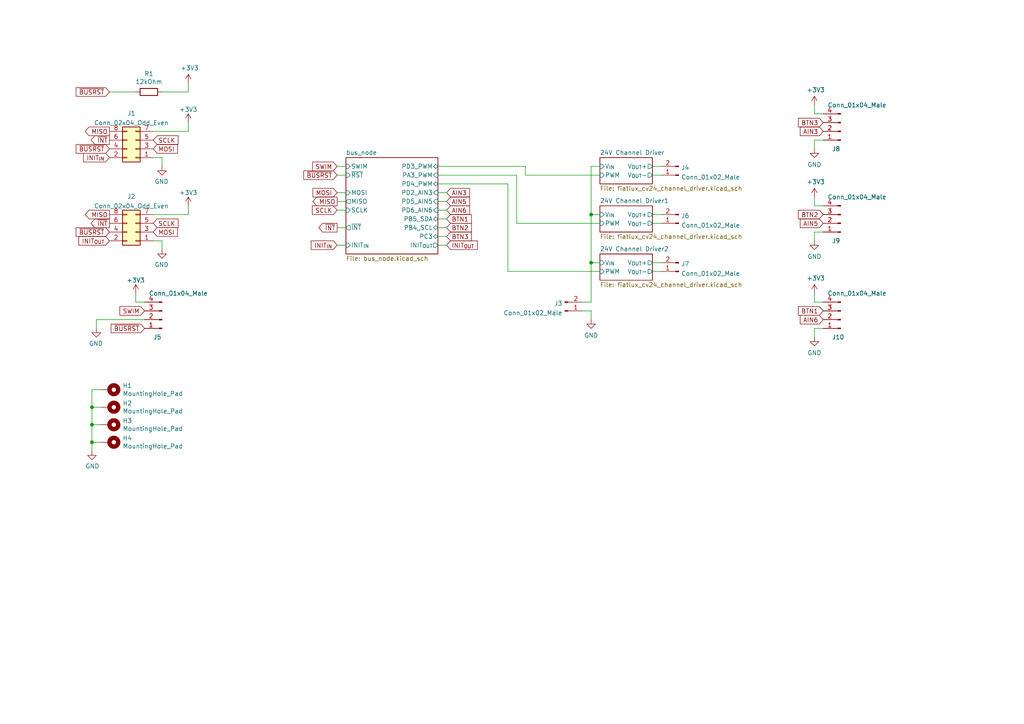
<source format=kicad_sch>
(kicad_sch (version 20211123) (generator eeschema)
  (paper "A4")
  (lib_symbols
    (symbol "Connector:Conn_01x02_Male" (pin_names (offset 1.016) hide)
      (property "Reference" "J" (at 0 2.54 0))
      (property "Value" "Conn_01x02_Male" (at 0 -5.08 0))
      (symbol "Conn_01x02_Male_1_1"
        (polyline (pts (xy 1.27 -2.54) (xy 0.8636 -2.54)) (stroke (width 0.1524)))
        (polyline (pts (xy 1.27 0) (xy 0.8636 0)) (stroke (width 0.1524)))
        (rectangle (start 0.8636 -2.413) (end 0 -2.667) (stroke (width 0.1524)) (fill (type outline)))
        (rectangle (start 0.8636 0.127) (end 0 -0.127) (stroke (width 0.1524)) (fill (type outline)))
        (pin passive line (at 5.08 0 180) (length 3.81) (name "Pin_1") (number "1"))
        (pin passive line (at 5.08 -2.54 180) (length 3.81) (name "Pin_2") (number "2"))
      )
    )
    (symbol "Connector:Conn_01x04_Male" (pin_names (offset 1.016) hide)
      (property "Reference" "J" (at 0 5.08 0))
      (property "Value" "Conn_01x04_Male" (at 0 -7.62 0))
      (symbol "Conn_01x04_Male_1_1"
        (polyline (pts (xy 1.27 -5.08) (xy 0.8636 -5.08)) (stroke (width 0.1524)))
        (polyline (pts (xy 1.27 -2.54) (xy 0.8636 -2.54)) (stroke (width 0.1524)))
        (polyline (pts (xy 1.27 0) (xy 0.8636 0)) (stroke (width 0.1524)))
        (polyline (pts (xy 1.27 2.54) (xy 0.8636 2.54)) (stroke (width 0.1524)))
        (rectangle (start 0.8636 -4.953) (end 0 -5.207) (stroke (width 0.1524)) (fill (type outline)))
        (rectangle (start 0.8636 -2.413) (end 0 -2.667) (stroke (width 0.1524)) (fill (type outline)))
        (rectangle (start 0.8636 0.127) (end 0 -0.127) (stroke (width 0.1524)) (fill (type outline)))
        (rectangle (start 0.8636 2.667) (end 0 2.413) (stroke (width 0.1524)) (fill (type outline)))
        (pin passive line (at 5.08 2.54 180) (length 3.81) (name "Pin_1") (number "1"))
        (pin passive line (at 5.08 0 180) (length 3.81) (name "Pin_2") (number "2"))
        (pin passive line (at 5.08 -2.54 180) (length 3.81) (name "Pin_3") (number "3"))
        (pin passive line (at 5.08 -5.08 180) (length 3.81) (name "Pin_4") (number "4"))
      )
    )
    (symbol "Connector_Generic:Conn_02x04_Odd_Even" (pin_names (offset 1.016) hide)
      (property "Reference" "J" (at 1.27 5.08 0))
      (property "Value" "Conn_02x04_Odd_Even" (at 1.27 -7.62 0))
      (symbol "Conn_02x04_Odd_Even_1_1"
        (rectangle (start -1.27 -4.953) (end 0 -5.207) (stroke (width 0.1524)))
        (rectangle (start -1.27 -2.413) (end 0 -2.667) (stroke (width 0.1524)))
        (rectangle (start -1.27 0.127) (end 0 -0.127) (stroke (width 0.1524)))
        (rectangle (start -1.27 2.667) (end 0 2.413) (stroke (width 0.1524)))
        (rectangle (start -1.27 3.81) (end 3.81 -6.35) (stroke (width 0.254)) (fill (type background)))
        (rectangle (start 3.81 -4.953) (end 2.54 -5.207) (stroke (width 0.1524)))
        (rectangle (start 3.81 -2.413) (end 2.54 -2.667) (stroke (width 0.1524)))
        (rectangle (start 3.81 0.127) (end 2.54 -0.127) (stroke (width 0.1524)))
        (rectangle (start 3.81 2.667) (end 2.54 2.413) (stroke (width 0.1524)))
        (pin passive line (at -5.08 2.54 0) (length 3.81) (name "Pin_1") (number "1"))
        (pin passive line (at 7.62 2.54 180) (length 3.81) (name "Pin_2") (number "2"))
        (pin passive line (at -5.08 0 0) (length 3.81) (name "Pin_3") (number "3"))
        (pin passive line (at 7.62 0 180) (length 3.81) (name "Pin_4") (number "4"))
        (pin passive line (at -5.08 -2.54 0) (length 3.81) (name "Pin_5") (number "5"))
        (pin passive line (at 7.62 -2.54 180) (length 3.81) (name "Pin_6") (number "6"))
        (pin passive line (at -5.08 -5.08 0) (length 3.81) (name "Pin_7") (number "7"))
        (pin passive line (at 7.62 -5.08 180) (length 3.81) (name "Pin_8") (number "8"))
      )
    )
    (symbol "Device:R" (pin_numbers hide) (pin_names (offset 0))
      (property "Reference" "R" (at 2.032 0 90))
      (property "Value" "R" (at 0 0 90))
      (symbol "R_0_1"
        (rectangle (start -1.016 -2.54) (end 1.016 2.54) (stroke (width 0.254)))
      )
      (symbol "R_1_1"
        (pin passive line (at 0 3.81 270) (length 1.27) (name "~") (number "1"))
        (pin passive line (at 0 -3.81 90) (length 1.27) (name "~") (number "2"))
      )
    )
    (symbol "Mechanical:MountingHole_Pad" (pin_numbers hide) (pin_names (offset 1.016) hide)
      (property "Reference" "H" (at 0 6.35 0))
      (property "Value" "MountingHole_Pad" (at 0 4.445 0))
      (symbol "MountingHole_Pad_0_1"
        (circle (center 0 1.27) (radius 1.27) (stroke (width 1.27)))
      )
      (symbol "MountingHole_Pad_1_1"
        (pin input line (at 0 -2.54 90) (length 2.54) (name "1") (number "1"))
      )
    )
    (symbol "power:+3.3V" (power) (pin_names (offset 0))
      (property "Value" "+3.3V" (at 0 3.556 0))
      (symbol "+3.3V_0_1"
        (polyline (pts (xy -0.762 1.27) (xy 0 2.54)))
        (polyline (pts (xy 0 0) (xy 0 2.54)))
        (polyline (pts (xy 0 2.54) (xy 0.762 1.27)))
      )
      (symbol "+3.3V_1_1"
        (pin power_in line (at 0 0 90) (length 0) hide (name "+3V3") (number "1"))
      )
    )
    (symbol "power:GND" (power) (pin_names (offset 0))
      (property "Value" "GND" (at 0 -3.81 0))
      (symbol "GND_0_1"
        (polyline (pts (xy 0 0) (xy 0 -1.27) (xy 1.27 -1.27) (xy 0 -2.54) (xy -1.27 -1.27) (xy 0 -1.27)))
      )
      (symbol "GND_1_1"
        (pin power_in line (at 0 0 270) (length 0) hide (name "GND") (number "1"))
      )
    )
  )
  (junction (at 171.45 62.23))
  (junction (at 26.67 123.19))
  (junction (at 171.45 76.2))
  (junction (at 26.67 128.27))
  (junction (at 26.67 118.11))
  (wire (pts (xy 171.45 90.17) (xy 171.45 92.71)))
  (wire (pts (xy 171.45 62.23) (xy 173.99 62.23)))
  (wire (pts (xy 26.67 128.27) (xy 26.67 130.81)))
  (wire (pts (xy 127 60.96) (xy 129.54 60.96)))
  (wire (pts (xy 44.45 45.72) (xy 46.99 45.72)))
  (wire (pts (xy 189.23 48.26) (xy 191.77 48.26)))
  (wire (pts (xy 147.32 53.34) (xy 147.32 78.74)))
  (wire (pts (xy 46.99 45.72) (xy 46.99 48.26)))
  (wire (pts (xy 149.86 50.8) (xy 149.86 64.77)))
  (wire (pts (xy 127 53.34) (xy 147.32 53.34)))
  (wire (pts (xy 236.22 87.63) (xy 236.22 85.09)))
  (wire (pts (xy 44.45 69.85) (xy 46.99 69.85)))
  (wire (pts (xy 46.99 26.67) (xy 54.61 26.67)))
  (wire (pts (xy 127 68.58) (xy 129.54 68.58)))
  (wire (pts (xy 29.21 123.19) (xy 26.67 123.19)))
  (wire (pts (xy 238.76 33.02) (xy 236.22 33.02)))
  (wire (pts (xy 238.76 67.31) (xy 236.22 67.31)))
  (wire (pts (xy 171.45 62.23) (xy 171.45 76.2)))
  (wire (pts (xy 171.45 76.2) (xy 173.99 76.2)))
  (wire (pts (xy 39.37 85.09) (xy 39.37 87.63)))
  (wire (pts (xy 127 66.04) (xy 129.54 66.04)))
  (wire (pts (xy 189.23 62.23) (xy 191.77 62.23)))
  (wire (pts (xy 97.79 58.42) (xy 100.33 58.42)))
  (wire (pts (xy 152.4 50.8) (xy 173.99 50.8)))
  (wire (pts (xy 54.61 35.56) (xy 54.61 38.1)))
  (wire (pts (xy 127 48.26) (xy 152.4 48.26)))
  (wire (pts (xy 127 50.8) (xy 149.86 50.8)))
  (wire (pts (xy 26.67 123.19) (xy 26.67 128.27)))
  (wire (pts (xy 54.61 26.67) (xy 54.61 24.13)))
  (wire (pts (xy 189.23 76.2) (xy 191.77 76.2)))
  (wire (pts (xy 29.21 128.27) (xy 26.67 128.27)))
  (wire (pts (xy 41.91 92.71) (xy 27.94 92.71)))
  (wire (pts (xy 147.32 78.74) (xy 173.99 78.74)))
  (wire (pts (xy 26.67 118.11) (xy 26.67 123.19)))
  (wire (pts (xy 127 55.88) (xy 129.54 55.88)))
  (wire (pts (xy 54.61 62.23) (xy 44.45 62.23)))
  (wire (pts (xy 173.99 48.26) (xy 171.45 48.26)))
  (wire (pts (xy 97.79 48.26) (xy 100.33 48.26)))
  (wire (pts (xy 97.79 71.12) (xy 100.33 71.12)))
  (wire (pts (xy 39.37 26.67) (xy 31.75 26.67)))
  (wire (pts (xy 171.45 48.26) (xy 171.45 62.23)))
  (wire (pts (xy 97.79 60.96) (xy 100.33 60.96)))
  (wire (pts (xy 171.45 76.2) (xy 171.45 87.63)))
  (wire (pts (xy 238.76 87.63) (xy 236.22 87.63)))
  (wire (pts (xy 152.4 48.26) (xy 152.4 50.8)))
  (wire (pts (xy 238.76 59.69) (xy 236.22 59.69)))
  (wire (pts (xy 46.99 69.85) (xy 46.99 72.39)))
  (wire (pts (xy 27.94 92.71) (xy 27.94 95.25)))
  (wire (pts (xy 236.22 33.02) (xy 236.22 30.48)))
  (wire (pts (xy 236.22 40.64) (xy 236.22 43.18)))
  (wire (pts (xy 236.22 95.25) (xy 236.22 97.79)))
  (wire (pts (xy 39.37 87.63) (xy 41.91 87.63)))
  (wire (pts (xy 238.76 95.25) (xy 236.22 95.25)))
  (wire (pts (xy 189.23 50.8) (xy 191.77 50.8)))
  (wire (pts (xy 168.91 90.17) (xy 171.45 90.17)))
  (wire (pts (xy 26.67 113.03) (xy 26.67 118.11)))
  (wire (pts (xy 29.21 113.03) (xy 26.67 113.03)))
  (wire (pts (xy 189.23 78.74) (xy 191.77 78.74)))
  (wire (pts (xy 54.61 38.1) (xy 44.45 38.1)))
  (wire (pts (xy 236.22 59.69) (xy 236.22 57.15)))
  (wire (pts (xy 168.91 87.63) (xy 171.45 87.63)))
  (wire (pts (xy 238.76 40.64) (xy 236.22 40.64)))
  (wire (pts (xy 97.79 66.04) (xy 100.33 66.04)))
  (wire (pts (xy 97.79 55.88) (xy 100.33 55.88)))
  (wire (pts (xy 127 71.12) (xy 129.54 71.12)))
  (wire (pts (xy 127 63.5) (xy 129.54 63.5)))
  (wire (pts (xy 54.61 59.69) (xy 54.61 62.23)))
  (wire (pts (xy 127 58.42) (xy 129.54 58.42)))
  (wire (pts (xy 29.21 118.11) (xy 26.67 118.11)))
  (wire (pts (xy 149.86 64.77) (xy 173.99 64.77)))
  (wire (pts (xy 189.23 64.77) (xy 191.77 64.77)))
  (wire (pts (xy 236.22 67.31) (xy 236.22 69.85)))
  (wire (pts (xy 97.79 50.8) (xy 100.33 50.8)))
  (global_label "SWIM" (shape input) (at 97.79 48.26 180) (property "Referenzen zwischen Schaltplänen" "${INTERSHEET_REFS}" (effects hide)))
  (global_label "~{INT}" (shape output) (at 31.75 40.64 180) (property "Referenzen zwischen Schaltplänen" "${INTERSHEET_REFS}" (effects hide)))
  (global_label "MOSI" (shape input) (at 44.45 67.31 0) (property "Referenzen zwischen Schaltplänen" "${INTERSHEET_REFS}" (effects hide)))
  (global_label "BTN3" (shape input) (at 238.76 35.56 180) (property "Referenzen zwischen Schaltplänen" "${INTERSHEET_REFS}" (effects hide)))
  (global_label "INIT_{OUT}" (shape input) (at 129.54 71.12 0) (property "Referenzen zwischen Schaltplänen" "${INTERSHEET_REFS}" (effects hide)))
  (global_label "MOSI" (shape input) (at 97.79 55.88 180) (property "Referenzen zwischen Schaltplänen" "${INTERSHEET_REFS}" (effects hide)))
  (global_label "BTN3" (shape input) (at 129.54 68.58 0) (property "Referenzen zwischen Schaltplänen" "${INTERSHEET_REFS}" (effects hide)))
  (global_label "SCLK" (shape input) (at 44.45 40.64 0) (property "Referenzen zwischen Schaltplänen" "${INTERSHEET_REFS}" (effects hide)))
  (global_label "AIN3" (shape input) (at 129.54 55.88 0) (property "Referenzen zwischen Schaltplänen" "${INTERSHEET_REFS}" (effects hide)))
  (global_label "SCLK" (shape input) (at 97.79 60.96 180) (property "Referenzen zwischen Schaltplänen" "${INTERSHEET_REFS}" (effects hide)))
  (global_label "AIN6" (shape input) (at 238.76 92.71 180) (property "Referenzen zwischen Schaltplänen" "${INTERSHEET_REFS}" (effects hide)))
  (global_label "BTN1" (shape input) (at 129.54 63.5 0) (property "Referenzen zwischen Schaltplänen" "${INTERSHEET_REFS}" (effects hide)))
  (global_label "~{BUSRST}" (shape input) (at 97.79 50.8 180) (property "Referenzen zwischen Schaltplänen" "${INTERSHEET_REFS}" (effects hide)))
  (global_label "BTN2" (shape input) (at 238.76 62.23 180) (property "Referenzen zwischen Schaltplänen" "${INTERSHEET_REFS}" (effects hide)))
  (global_label "SCLK" (shape input) (at 44.45 64.77 0) (property "Referenzen zwischen Schaltplänen" "${INTERSHEET_REFS}" (effects hide)))
  (global_label "~{BUSRST}" (shape input) (at 41.91 95.25 180) (property "Referenzen zwischen Schaltplänen" "${INTERSHEET_REFS}" (effects hide)))
  (global_label "INIT_{IN}" (shape input) (at 97.79 71.12 180) (property "Referenzen zwischen Schaltplänen" "${INTERSHEET_REFS}" (effects hide)))
  (global_label "AIN6" (shape input) (at 129.54 60.96 0) (property "Referenzen zwischen Schaltplänen" "${INTERSHEET_REFS}" (effects hide)))
  (global_label "~{BUSRST}" (shape input) (at 31.75 43.18 180) (property "Referenzen zwischen Schaltplänen" "${INTERSHEET_REFS}" (effects hide)))
  (global_label "AIN5" (shape input) (at 238.76 64.77 180) (property "Referenzen zwischen Schaltplänen" "${INTERSHEET_REFS}" (effects hide)))
  (global_label "AIN5" (shape input) (at 129.54 58.42 0) (property "Referenzen zwischen Schaltplänen" "${INTERSHEET_REFS}" (effects hide)))
  (global_label "MISO" (shape output) (at 97.79 58.42 180) (property "Referenzen zwischen Schaltplänen" "${INTERSHEET_REFS}" (effects hide)))
  (global_label "~{BUSRST}" (shape input) (at 31.75 26.67 180) (property "Referenzen zwischen Schaltplänen" "${INTERSHEET_REFS}" (effects hide)))
  (global_label "~{BUSRST}" (shape input) (at 31.75 67.31 180) (property "Referenzen zwischen Schaltplänen" "${INTERSHEET_REFS}" (effects hide)))
  (global_label "INIT_{OUT}" (shape input) (at 31.75 69.85 180) (property "Referenzen zwischen Schaltplänen" "${INTERSHEET_REFS}" (effects hide)))
  (global_label "MISO" (shape output) (at 31.75 62.23 180) (property "Referenzen zwischen Schaltplänen" "${INTERSHEET_REFS}" (effects hide)))
  (global_label "~{INT}" (shape output) (at 97.79 66.04 180) (property "Referenzen zwischen Schaltplänen" "${INTERSHEET_REFS}" (effects hide)))
  (global_label "~{INT}" (shape output) (at 31.75 64.77 180) (property "Referenzen zwischen Schaltplänen" "${INTERSHEET_REFS}" (effects hide)))
  (global_label "MOSI" (shape input) (at 44.45 43.18 0) (property "Referenzen zwischen Schaltplänen" "${INTERSHEET_REFS}" (effects hide)))
  (global_label "BTN1" (shape input) (at 238.76 90.17 180) (property "Referenzen zwischen Schaltplänen" "${INTERSHEET_REFS}" (effects hide)))
  (global_label "AIN3" (shape input) (at 238.76 38.1 180) (property "Referenzen zwischen Schaltplänen" "${INTERSHEET_REFS}" (effects hide)))
  (global_label "SWIM" (shape input) (at 41.91 90.17 180) (property "Referenzen zwischen Schaltplänen" "${INTERSHEET_REFS}" (effects hide)))
  (global_label "BTN2" (shape input) (at 129.54 66.04 0) (property "Referenzen zwischen Schaltplänen" "${INTERSHEET_REFS}" (effects hide)))
  (global_label "MISO" (shape output) (at 31.75 38.1 180) (property "Referenzen zwischen Schaltplänen" "${INTERSHEET_REFS}" (effects hide)))
  (global_label "INIT_{IN}" (shape input) (at 31.75 45.72 180) (property "Referenzen zwischen Schaltplänen" "${INTERSHEET_REFS}" (effects hide)))
  (symbol (lib_id "power:+3.3V") (at 236.22 57.15 0) (unit 1)
    (property "Reference" "#PWR0124" (effects hide))
    (property "Value" "+3.3V" (at 236.601 52.7558 0))
  )
  (symbol (lib_id "Connector_Generic:Conn_02x04_Odd_Even") (at 39.37 67.31 180) (unit 1)
    (property "Reference" "J2" (at 38.1 56.9935 0))
    (property "Value" "Conn_02x04_Odd_Even" (at 38.1 59.7686 0))
    (property "Footprint" "Connector_PinHeader_2.54mm:PinHeader_2x04_P2.54mm_Vertical" (effects hide))
  )
  (symbol (lib_id "Connector:Conn_01x02_Male") (at 196.85 78.74 180) (unit 1)
    (property "Reference" "J7" (at 197.5612 76.5615 0) (effects (justify right)))
    (property "Value" "Conn_01x02_Male" (at 197.5612 79.3366 0) (effects (justify right)))
    (property "Footprint" "TerminalBlock:TerminalBlock_bornier-2_P5.08mm" (effects hide))
  )
  (symbol (lib_id "Connector:Conn_01x04_Male") (at 243.84 92.71 180) (unit 1)
    (property "Reference" "J10" (at 241.3 97.79 0) (effects (justify right)))
    (property "Value" "Conn_01x04_Male" (at 240.03 85.09 0) (effects (justify right)))
    (property "Footprint" "Connector_PinHeader_2.54mm:PinHeader_1x04_P2.54mm_Vertical" (effects hide))
  )
  (symbol (lib_id "power:GND") (at 236.22 69.85 0) (unit 1)
    (property "Reference" "#PWR0125" (effects hide))
    (property "Value" "GND" (at 236.22 74.4125 0))
  )
  (symbol (lib_id "Connector:Conn_01x02_Male") (at 196.85 64.77 180) (unit 1)
    (property "Reference" "J6" (at 197.5612 62.5915 0) (effects (justify right)))
    (property "Value" "Conn_01x02_Male" (at 197.5612 65.3666 0) (effects (justify right)))
    (property "Footprint" "TerminalBlock:TerminalBlock_bornier-2_P5.08mm" (effects hide))
  )
  (symbol (lib_id "power:GND") (at 46.99 48.26 0) (mirror y) (unit 1)
    (property "Reference" "#PWR0109" (effects hide))
    (property "Value" "GND" (at 46.863 52.6542 0))
  )
  (symbol (lib_id "power:GND") (at 236.22 43.18 0) (unit 1)
    (property "Reference" "#PWR0104" (effects hide))
    (property "Value" "GND" (at 236.22 47.7425 0))
  )
  (symbol (lib_id "power:GND") (at 171.45 92.71 0) (unit 1)
    (property "Reference" "#PWR0113" (effects hide))
    (property "Value" "GND" (at 171.45 97.2725 0))
  )
  (symbol (lib_id "Connector:Conn_01x04_Male") (at 243.84 64.77 180) (unit 1)
    (property "Reference" "J9" (at 241.3 69.85 0) (effects (justify right)))
    (property "Value" "Conn_01x04_Male" (at 240.03 57.15 0) (effects (justify right)))
    (property "Footprint" "Connector_PinHeader_2.54mm:PinHeader_1x04_P2.54mm_Vertical" (effects hide))
  )
  (symbol (lib_id "Mechanical:MountingHole_Pad") (at 31.75 123.19 270) (unit 1)
    (property "Reference" "H3" (at 35.56 122.0216 90) (effects (justify left)))
    (property "Value" "MountingHole_Pad" (at 35.56 124.333 90) (effects (justify left)))
    (property "Footprint" "MountingHole:MountingHole_2.2mm_M2_Pad_Via" (effects hide))
    (property "LCSC" "-" (effects hide))
  )
  (symbol (lib_id "power:+3.3V") (at 236.22 85.09 0) (unit 1)
    (property "Reference" "#PWR0126" (effects hide))
    (property "Value" "+3.3V" (at 236.601 80.6958 0))
  )
  (symbol (lib_id "Connector_Generic:Conn_02x04_Odd_Even") (at 39.37 43.18 180) (unit 1)
    (property "Reference" "J1" (at 38.1 32.8635 0))
    (property "Value" "Conn_02x04_Odd_Even" (at 38.1 35.6386 0))
    (property "Footprint" "Connector_PinHeader_2.54mm:PinHeader_2x04_P2.54mm_Vertical" (effects hide))
  )
  (symbol (lib_id "power:GND") (at 26.67 130.81 0) (unit 1)
    (property "Reference" "#PWR0114" (effects hide))
    (property "Value" "GND" (at 26.797 135.2042 0))
  )
  (symbol (lib_id "power:+3.3V") (at 39.37 85.09 0) (unit 1)
    (property "Reference" "#PWR0108" (effects hide))
    (property "Value" "+3.3V" (at 39.37 81.28 0))
  )
  (symbol (lib_id "Connector:Conn_01x02_Male") (at 163.83 90.17 0) (mirror x) (unit 1)
    (property "Reference" "J3" (at 163.1189 87.9915 0) (effects (justify right)))
    (property "Value" "Conn_01x02_Male" (at 163.1189 90.7666 0) (effects (justify right)))
    (property "Footprint" "TerminalBlock:TerminalBlock_bornier-2_P5.08mm" (effects hide))
  )
  (symbol (lib_id "power:GND") (at 236.22 97.79 0) (unit 1)
    (property "Reference" "#PWR0127" (effects hide))
    (property "Value" "GND" (at 236.22 102.3525 0))
  )
  (symbol (lib_id "Connector:Conn_01x04_Male") (at 243.84 38.1 180) (unit 1)
    (property "Reference" "J8" (at 241.3 43.18 0) (effects (justify right)))
    (property "Value" "Conn_01x04_Male" (at 240.03 30.48 0) (effects (justify right)))
    (property "Footprint" "Connector_PinHeader_2.54mm:PinHeader_1x04_P2.54mm_Vertical" (effects hide))
  )
  (symbol (lib_id "power:+3.3V") (at 236.22 30.48 0) (unit 1)
    (property "Reference" "#PWR0105" (effects hide))
    (property "Value" "+3.3V" (at 236.601 26.0858 0))
  )
  (symbol (lib_id "power:+3.3V") (at 54.61 35.56 0) (unit 1)
    (property "Reference" "#PWR0111" (effects hide))
    (property "Value" "+3.3V" (at 54.61 31.75 0))
  )
  (symbol (lib_id "power:+3.3V") (at 54.61 59.69 0) (unit 1)
    (property "Reference" "#PWR0112" (effects hide))
    (property "Value" "+3.3V" (at 54.61 55.88 0))
  )
  (symbol (lib_id "power:GND") (at 46.99 72.39 0) (mirror y) (unit 1)
    (property "Reference" "#PWR0106" (effects hide))
    (property "Value" "GND" (at 46.863 76.7842 0))
  )
  (symbol (lib_id "Mechanical:MountingHole_Pad") (at 31.75 128.27 270) (unit 1)
    (property "Reference" "H4" (at 35.56 127.1016 90) (effects (justify left)))
    (property "Value" "MountingHole_Pad" (at 35.56 129.413 90) (effects (justify left)))
    (property "Footprint" "MountingHole:MountingHole_2.2mm_M2_Pad_Via" (effects hide))
    (property "LCSC" "-" (effects hide))
  )
  (symbol (lib_id "Mechanical:MountingHole_Pad") (at 31.75 118.11 270) (unit 1)
    (property "Reference" "H2" (at 35.56 116.9416 90) (effects (justify left)))
    (property "Value" "MountingHole_Pad" (at 35.56 119.253 90) (effects (justify left)))
    (property "Footprint" "MountingHole:MountingHole_2.2mm_M2_Pad_Via" (effects hide))
    (property "LCSC" "-" (effects hide))
  )
  (symbol (lib_id "Connector:Conn_01x04_Male") (at 46.99 92.71 180) (unit 1)
    (property "Reference" "J5" (at 44.45 97.79 0) (effects (justify right)))
    (property "Value" "Conn_01x04_Male" (at 43.18 85.09 0) (effects (justify right)))
    (property "Footprint" "Connector_PinHeader_2.54mm:PinHeader_1x04_P2.54mm_Vertical" (effects hide))
  )
  (symbol (lib_id "power:GND") (at 27.94 95.25 0) (mirror y) (unit 1)
    (property "Reference" "#PWR0107" (effects hide))
    (property "Value" "GND" (at 27.813 99.6442 0))
  )
  (symbol (lib_id "Device:R") (at 43.18 26.67 270) (unit 1)
    (property "Reference" "R1" (at 43.18 21.4122 90))
    (property "Value" "12kOhm" (at 43.18 23.7236 90))
    (property "Footprint" "Resistor_SMD:R_0603_1608Metric" (effects hide))
    (property "LCSC" "C22790" (effects hide))
  )
  (symbol (lib_id "Connector:Conn_01x02_Male") (at 196.85 50.8 180) (unit 1)
    (property "Reference" "J4" (at 197.5612 48.6215 0) (effects (justify right)))
    (property "Value" "Conn_01x02_Male" (at 197.5612 51.3966 0) (effects (justify right)))
    (property "Footprint" "TerminalBlock:TerminalBlock_bornier-2_P5.08mm" (effects hide))
  )
  (symbol (lib_id "power:+3.3V") (at 54.61 24.13 0) (unit 1)
    (property "Reference" "#PWR0110" (effects hide))
    (property "Value" "+3.3V" (at 54.991 19.7358 0))
  )
  (symbol (lib_id "Mechanical:MountingHole_Pad") (at 31.75 113.03 270) (unit 1)
    (property "Reference" "H1" (at 35.56 111.8616 90) (effects (justify left)))
    (property "Value" "MountingHole_Pad" (at 35.56 114.173 90) (effects (justify left)))
    (property "Footprint" "MountingHole:MountingHole_2.2mm_M2_Pad_Via" (effects hide))
    (property "LCSC" "-" (effects hide))
  )
  (sheet (at 173.99 73.66) (size 15.24 7.62) (stroke (width 0.1524))
    (property "Sheet name" "24V Channel Driver2" (at 173.99 72.9484 0) (effects (justify left bottom)))
    (property "Sheet file" "fiatlux_cv24_channel_driver.kicad_sch" (at 173.99 81.8646 0) (effects (justify left top)))
    (pin "PWM" input (at 173.99 78.74 180))
    (pin "V_{IN}" input (at 173.99 76.2 180))
    (pin "V_{OUT}+" output (at 189.23 76.2 0))
    (pin "V_{OUT}-" output (at 189.23 78.74 0))
  )
  (sheet (at 173.99 45.72) (size 15.24 7.62) (stroke (width 0.1524))
    (property "Sheet name" "24V Channel Driver" (at 173.99 45.0084 0) (effects (justify left bottom)))
    (property "Sheet file" "fiatlux_cv24_channel_driver.kicad_sch" (at 173.99 53.9246 0) (effects (justify left top)))
    (pin "PWM" input (at 173.99 50.8 180))
    (pin "V_{IN}" input (at 173.99 48.26 180))
    (pin "V_{OUT}+" output (at 189.23 48.26 0))
    (pin "V_{OUT}-" output (at 189.23 50.8 0))
  )
  (sheet (at 100.33 45.72) (size 26.67 27.94) (stroke (width 0.1524))
    (property "Sheet name" "bus_node" (at 100.33 45.0084 0) (effects (justify left bottom)))
    (property "Sheet file" "bus_node.kicad_sch" (at 100.33 74.2446 0) (effects (justify left top)))
    (pin "SCLK" input (at 100.33 60.96 180))
    (pin "MOSI" input (at 100.33 55.88 180))
    (pin "MISO" output (at 100.33 58.42 180))
    (pin "~{RST}" input (at 100.33 50.8 180))
    (pin "~{INT}" output (at 100.33 66.04 180))
    (pin "INIT_{IN}" input (at 100.33 71.12 180))
    (pin "INIT_{OUT}" output (at 127 71.12 0))
    (pin "SWIM" input (at 100.33 48.26 180))
    (pin "PB4_SCL" bidirectional (at 127 66.04 0))
    (pin "PA3_PWM" input (at 127 50.8 0))
    (pin "PB5_SDA" bidirectional (at 127 63.5 0))
    (pin "PD3_PWM" bidirectional (at 127 48.26 0))
    (pin "PD4_PWM" bidirectional (at 127 53.34 0))
    (pin "PD2_AIN3" input (at 127 55.88 0))
    (pin "PD5_AIN5" input (at 127 58.42 0))
    (pin "PD6_AIN6" input (at 127 60.96 0))
    (pin "PC3" bidirectional (at 127 68.58 0))
  )
  (sheet (at 173.99 59.69) (size 15.24 7.62) (stroke (width 0.1524))
    (property "Sheet name" "24V Channel Driver1" (at 173.99 58.9784 0) (effects (justify left bottom)))
    (property "Sheet file" "fiatlux_cv24_channel_driver.kicad_sch" (at 173.99 67.8946 0) (effects (justify left top)))
    (pin "PWM" input (at 173.99 64.77 180))
    (pin "V_{IN}" input (at 173.99 62.23 180))
    (pin "V_{OUT}+" output (at 189.23 62.23 0))
    (pin "V_{OUT}-" output (at 189.23 64.77 0))
  )
)
</source>
